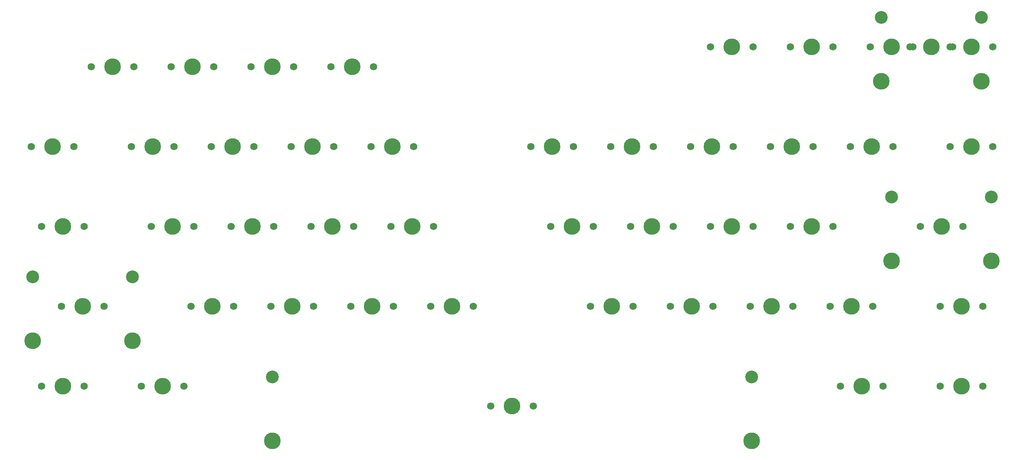
<source format=gts>
G04 #@! TF.GenerationSoftware,KiCad,Pcbnew,(6.0.4)*
G04 #@! TF.CreationDate,2022-08-25T09:41:07-05:00*
G04 #@! TF.ProjectId,Grouch,47726f75-6368-42e6-9b69-6361645f7063,rev?*
G04 #@! TF.SameCoordinates,Original*
G04 #@! TF.FileFunction,Soldermask,Top*
G04 #@! TF.FilePolarity,Negative*
%FSLAX46Y46*%
G04 Gerber Fmt 4.6, Leading zero omitted, Abs format (unit mm)*
G04 Created by KiCad (PCBNEW (6.0.4)) date 2022-08-25 09:41:07*
%MOMM*%
%LPD*%
G01*
G04 APERTURE LIST*
%ADD10C,3.987800*%
%ADD11C,1.750000*%
%ADD12C,3.048000*%
G04 APERTURE END LIST*
D10*
X33337500Y-52387500D03*
D11*
X38417500Y-52387500D03*
X28257500Y-52387500D03*
X71120000Y-52387500D03*
X81280000Y-52387500D03*
D10*
X76200000Y-52387500D03*
D11*
X209232500Y-28575000D03*
D10*
X214312500Y-28575000D03*
D11*
X219392500Y-28575000D03*
X161607500Y-90487500D03*
D10*
X166687500Y-90487500D03*
D11*
X171767500Y-90487500D03*
X199707500Y-90487500D03*
D10*
X204787500Y-90487500D03*
D11*
X209867500Y-90487500D03*
D10*
X119062500Y-71437500D03*
D11*
X124142500Y-71437500D03*
X113982500Y-71437500D03*
D12*
X28575000Y-83502500D03*
D11*
X35401250Y-90487500D03*
D12*
X52387500Y-83502500D03*
D11*
X45561250Y-90487500D03*
D10*
X52387500Y-98742500D03*
X28575000Y-98742500D03*
X40481250Y-90487500D03*
X250031250Y-109537500D03*
D11*
X255111250Y-109537500D03*
X244951250Y-109537500D03*
D10*
X176212500Y-71437500D03*
D11*
X171132500Y-71437500D03*
X181292500Y-71437500D03*
D10*
X209550000Y-52387500D03*
D11*
X204470000Y-52387500D03*
X214630000Y-52387500D03*
X114617500Y-90487500D03*
D10*
X109537500Y-90487500D03*
D11*
X104457500Y-90487500D03*
X30638750Y-109537500D03*
X40798750Y-109537500D03*
D10*
X35718750Y-109537500D03*
X66675000Y-33337500D03*
D11*
X61595000Y-33337500D03*
X71755000Y-33337500D03*
X147955000Y-114300000D03*
D10*
X85725000Y-122555000D03*
D12*
X85725000Y-107315000D03*
D10*
X200025000Y-122555000D03*
X142875000Y-114300000D03*
D12*
X200025000Y-107315000D03*
D11*
X137795000Y-114300000D03*
X255111250Y-90487500D03*
X244951250Y-90487500D03*
D10*
X250031250Y-90487500D03*
D11*
X85407500Y-90487500D03*
D10*
X90487500Y-90487500D03*
D11*
X95567500Y-90487500D03*
X195580000Y-52387500D03*
X185420000Y-52387500D03*
D10*
X190500000Y-52387500D03*
D11*
X257492500Y-28575000D03*
D10*
X252412500Y-28575000D03*
D11*
X247332500Y-28575000D03*
D12*
X257175000Y-64452500D03*
D11*
X250348750Y-71437500D03*
X240188750Y-71437500D03*
D10*
X245268750Y-71437500D03*
X233362500Y-79692500D03*
D12*
X233362500Y-64452500D03*
D10*
X257175000Y-79692500D03*
X61912500Y-71437500D03*
D11*
X66992500Y-71437500D03*
X56832500Y-71437500D03*
D10*
X233362500Y-28575000D03*
D11*
X228282500Y-28575000D03*
X238442500Y-28575000D03*
X190182500Y-71437500D03*
X200342500Y-71437500D03*
D10*
X195262500Y-71437500D03*
D11*
X133667500Y-90487500D03*
X123507500Y-90487500D03*
D10*
X128587500Y-90487500D03*
D11*
X166370000Y-52387500D03*
D10*
X171450000Y-52387500D03*
D11*
X176530000Y-52387500D03*
D10*
X95250000Y-52387500D03*
D11*
X90170000Y-52387500D03*
X100330000Y-52387500D03*
D10*
X252412500Y-52387500D03*
D11*
X257492500Y-52387500D03*
X247332500Y-52387500D03*
D10*
X59531250Y-109537500D03*
D11*
X54451250Y-109537500D03*
X64611250Y-109537500D03*
X109220000Y-52387500D03*
X119380000Y-52387500D03*
D10*
X114300000Y-52387500D03*
D11*
X190817500Y-90487500D03*
X180657500Y-90487500D03*
D10*
X185737500Y-90487500D03*
D11*
X200342500Y-28575000D03*
D10*
X195262500Y-28575000D03*
D11*
X190182500Y-28575000D03*
X233680000Y-52387500D03*
D10*
X228600000Y-52387500D03*
D11*
X223520000Y-52387500D03*
D10*
X157162500Y-71437500D03*
D11*
X162242500Y-71437500D03*
X152082500Y-71437500D03*
D10*
X100012500Y-71437500D03*
D11*
X94932500Y-71437500D03*
X105092500Y-71437500D03*
D10*
X223837500Y-90487500D03*
D11*
X218757500Y-90487500D03*
X228917500Y-90487500D03*
X147320000Y-52387500D03*
D10*
X152400000Y-52387500D03*
D11*
X157480000Y-52387500D03*
X66357500Y-90487500D03*
X76517500Y-90487500D03*
D10*
X71437500Y-90487500D03*
X57150000Y-52387500D03*
D11*
X52070000Y-52387500D03*
X62230000Y-52387500D03*
D12*
X254825500Y-21590000D03*
D10*
X230949500Y-36830000D03*
D11*
X247967500Y-28575000D03*
D10*
X242887500Y-28575000D03*
X254825500Y-36830000D03*
D12*
X230949500Y-21590000D03*
D11*
X237807500Y-28575000D03*
X90805000Y-33337500D03*
D10*
X85725000Y-33337500D03*
D11*
X80645000Y-33337500D03*
X40798750Y-71437500D03*
X30638750Y-71437500D03*
D10*
X35718750Y-71437500D03*
X47625000Y-33337500D03*
D11*
X52705000Y-33337500D03*
X42545000Y-33337500D03*
D10*
X214312500Y-71437500D03*
D11*
X219392500Y-71437500D03*
X209232500Y-71437500D03*
X109855000Y-33337500D03*
D10*
X104775000Y-33337500D03*
D11*
X99695000Y-33337500D03*
X231298750Y-109537500D03*
D10*
X226218750Y-109537500D03*
D11*
X221138750Y-109537500D03*
X75882500Y-71437500D03*
X86042500Y-71437500D03*
D10*
X80962500Y-71437500D03*
M02*

</source>
